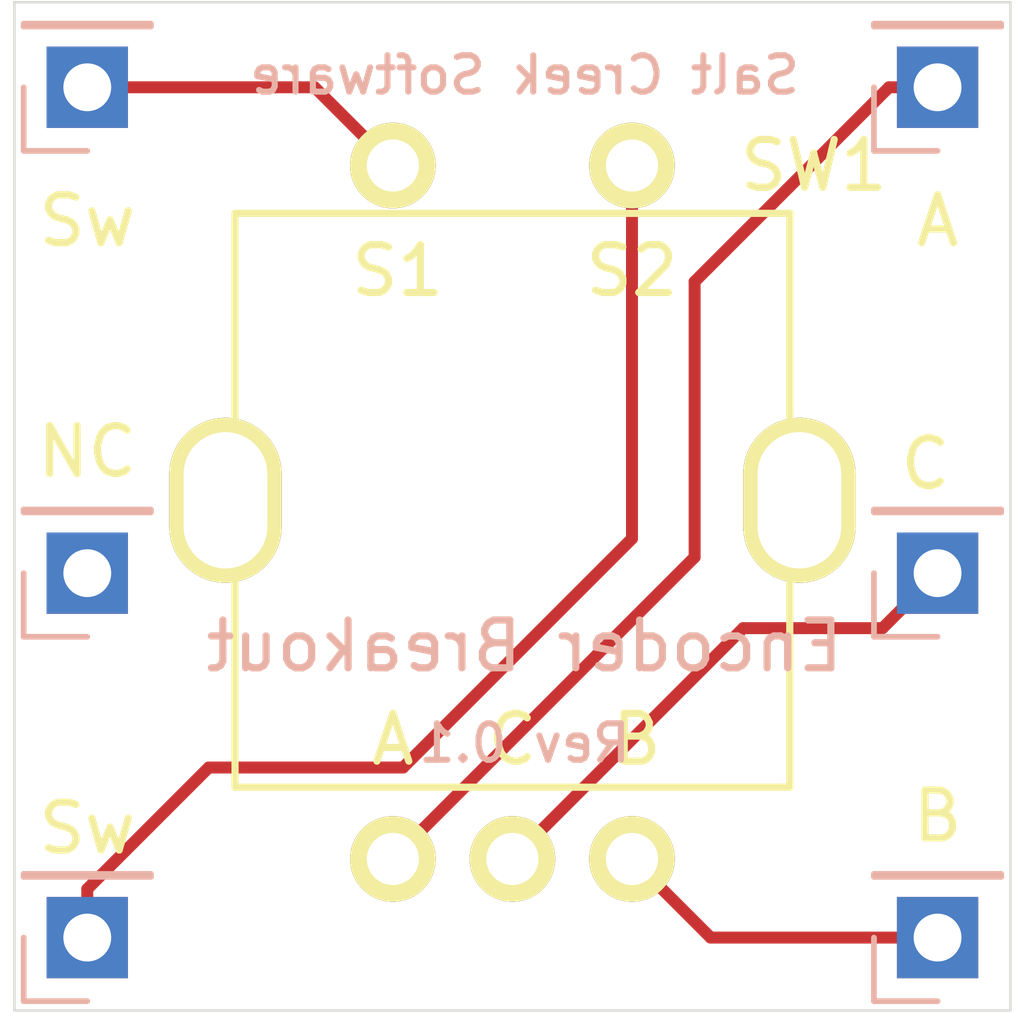
<source format=kicad_pcb>
(kicad_pcb (version 20171130) (host pcbnew "(5.1.10)-1")

  (general
    (thickness 1.6)
    (drawings 13)
    (tracks 16)
    (zones 0)
    (modules 7)
    (nets 7)
  )

  (page A4)
  (layers
    (0 F.Cu signal)
    (31 B.Cu signal)
    (32 B.Adhes user hide)
    (33 F.Adhes user hide)
    (34 B.Paste user hide)
    (35 F.Paste user hide)
    (36 B.SilkS user)
    (37 F.SilkS user)
    (38 B.Mask user)
    (39 F.Mask user)
    (40 Dwgs.User user hide)
    (41 Cmts.User user hide)
    (42 Eco1.User user hide)
    (43 Eco2.User user hide)
    (44 Edge.Cuts user)
    (45 Margin user hide)
    (46 B.CrtYd user hide)
    (47 F.CrtYd user hide)
    (48 B.Fab user hide)
    (49 F.Fab user hide)
  )

  (setup
    (last_trace_width 0.25)
    (user_trace_width 0.381)
    (trace_clearance 0.2)
    (zone_clearance 0.508)
    (zone_45_only yes)
    (trace_min 0.2)
    (via_size 0.8)
    (via_drill 0.4)
    (via_min_size 0.4)
    (via_min_drill 0.3)
    (uvia_size 0.3)
    (uvia_drill 0.1)
    (uvias_allowed no)
    (uvia_min_size 0.2)
    (uvia_min_drill 0.1)
    (edge_width 0.05)
    (segment_width 0.2)
    (pcb_text_width 0.3)
    (pcb_text_size 1.5 1.5)
    (mod_edge_width 0.12)
    (mod_text_size 1 1)
    (mod_text_width 0.15)
    (pad_size 2.3622 2.3622)
    (pad_drill 2.3622)
    (pad_to_mask_clearance 0.051)
    (solder_mask_min_width 0.25)
    (aux_axis_origin 0 0)
    (visible_elements 7FFFFFFF)
    (pcbplotparams
      (layerselection 0x010f0_ffffffff)
      (usegerberextensions false)
      (usegerberattributes false)
      (usegerberadvancedattributes false)
      (creategerberjobfile true)
      (excludeedgelayer true)
      (linewidth 0.100000)
      (plotframeref false)
      (viasonmask false)
      (mode 1)
      (useauxorigin false)
      (hpglpennumber 1)
      (hpglpenspeed 20)
      (hpglpendiameter 15.000000)
      (psnegative false)
      (psa4output false)
      (plotreference true)
      (plotvalue true)
      (plotinvisibletext false)
      (padsonsilk false)
      (subtractmaskfromsilk false)
      (outputformat 1)
      (mirror false)
      (drillshape 0)
      (scaleselection 1)
      (outputdirectory "Gerbers/"))
  )

  (net 0 "")
  (net 1 "Net-(J1-Pad1)")
  (net 2 "Net-(J2-Pad1)")
  (net 3 "Net-(J3-Pad1)")
  (net 4 "Net-(J4-Pad1)")
  (net 5 "Net-(J5-Pad1)")
  (net 6 "Net-(J6-Pad1)")

  (net_class Default "This is the default net class."
    (clearance 0.2)
    (trace_width 0.25)
    (via_dia 0.8)
    (via_drill 0.4)
    (uvia_dia 0.3)
    (uvia_drill 0.1)
    (add_net "Net-(J1-Pad1)")
    (add_net "Net-(J2-Pad1)")
    (add_net "Net-(J3-Pad1)")
    (add_net "Net-(J4-Pad1)")
    (add_net "Net-(J5-Pad1)")
    (add_net "Net-(J6-Pad1)")
  )

  (module BreakoutBoards:QuadEncoder (layer F.Cu) (tedit 61572129) (tstamp 61577F1E)
    (at 149.86 100.076)
    (path /612BC5C6)
    (fp_text reference SW1 (at 6.3 -7) (layer F.SilkS)
      (effects (font (size 1 1) (thickness 0.15)))
    )
    (fp_text value . (at 0 2.54) (layer F.Fab)
      (effects (font (size 1 1) (thickness 0.15)))
    )
    (fp_line (start -5.8 -6) (end -5.8 6) (layer F.SilkS) (width 0.15))
    (fp_line (start -5.8 6) (end 5.8 6) (layer F.SilkS) (width 0.15))
    (fp_line (start 5.8 6) (end 5.8 -6) (layer F.SilkS) (width 0.15))
    (fp_line (start 5.8 -6) (end -5.8 -6) (layer F.SilkS) (width 0.15))
    (fp_text user B (at 2.6 5) (layer F.SilkS)
      (effects (font (size 1 1) (thickness 0.15)))
    )
    (fp_text user C (at 0 5) (layer F.SilkS)
      (effects (font (size 1 1) (thickness 0.15)))
    )
    (fp_text user A (at -2.5 5) (layer F.SilkS)
      (effects (font (size 1 1) (thickness 0.15)))
    )
    (fp_text user S2 (at 2.5 -4.8) (layer F.SilkS)
      (effects (font (size 1 1) (thickness 0.15)))
    )
    (fp_text user S1 (at -2.4 -4.8) (layer F.SilkS)
      (effects (font (size 1 1) (thickness 0.15)))
    )
    (pad S2 thru_hole circle (at 2.5 -7) (size 1.79 1.79) (drill 1.09) (layers *.Cu *.Mask F.SilkS)
      (net 3 "Net-(J3-Pad1)"))
    (pad S1 thru_hole circle (at -2.5 -7) (size 1.79 1.79) (drill 1.09) (layers *.Cu *.Mask F.SilkS)
      (net 1 "Net-(J1-Pad1)"))
    (pad C thru_hole circle (at 0 7.5) (size 1.79 1.79) (drill 1.09) (layers *.Cu *.Mask F.SilkS)
      (net 5 "Net-(J5-Pad1)"))
    (pad 7 thru_hole oval (at 6 0) (size 2.35 3.45) (drill oval 1.75 2.85) (layers *.Cu *.Mask F.SilkS))
    (pad 6 thru_hole oval (at -6 0) (size 2.35 3.45) (drill oval 1.75 2.85) (layers *.Cu *.Mask F.SilkS))
    (pad A thru_hole circle (at -2.5 7.5) (size 1.79 1.79) (drill 1.09) (layers *.Cu *.Mask F.SilkS)
      (net 6 "Net-(J6-Pad1)"))
    (pad B thru_hole circle (at 2.5 7.5) (size 1.79 1.79) (drill 1.09) (layers *.Cu *.Mask F.SilkS)
      (net 4 "Net-(J4-Pad1)"))
    (pad "" np_thru_hole circle (at 0 0) (size 2.3622 2.3622) (drill 2.3622) (layers *.Cu *.Mask))
    (pad "" np_thru_hole circle (at 0 -4.445) (size 2.3622 2.3622) (drill 2.3622) (layers *.Cu *.Mask))
    (model D:/Apps/ioProto16/ioProto16/ioProto16.pretty/QuadratureEncoder.wrl
      (offset (xyz 0 0 -1.574799976348877))
      (scale (xyz 0.4 0.4 0.4))
      (rotate (xyz -90 0 0))
    )
  )

  (module Connector_PinHeader_2.54mm:PinHeader_1x01_P2.54mm_Vertical (layer B.Cu) (tedit 59FED5CC) (tstamp 612AAE43)
    (at 140.97 91.44)
    (descr "Through hole straight pin header, 1x01, 2.54mm pitch, single row")
    (tags "Through hole pin header THT 1x01 2.54mm single row")
    (path /61312A67)
    (fp_text reference J1 (at -2.794 0) (layer B.SilkS) hide
      (effects (font (size 1 1) (thickness 0.15)) (justify mirror))
    )
    (fp_text value " " (at 0 -2.33) (layer B.Fab)
      (effects (font (size 1 1) (thickness 0.15)) (justify mirror))
    )
    (fp_line (start 1.8 1.8) (end -1.8 1.8) (layer B.CrtYd) (width 0.05))
    (fp_line (start 1.8 -1.8) (end 1.8 1.8) (layer B.CrtYd) (width 0.05))
    (fp_line (start -1.8 -1.8) (end 1.8 -1.8) (layer B.CrtYd) (width 0.05))
    (fp_line (start -1.8 1.8) (end -1.8 -1.8) (layer B.CrtYd) (width 0.05))
    (fp_line (start -1.33 1.33) (end 0 1.33) (layer B.SilkS) (width 0.12))
    (fp_line (start -1.33 0) (end -1.33 1.33) (layer B.SilkS) (width 0.12))
    (fp_line (start -1.33 -1.27) (end 1.33 -1.27) (layer B.SilkS) (width 0.12))
    (fp_line (start 1.33 -1.27) (end 1.33 -1.33) (layer B.SilkS) (width 0.12))
    (fp_line (start -1.33 -1.27) (end -1.33 -1.33) (layer B.SilkS) (width 0.12))
    (fp_line (start -1.33 -1.33) (end 1.33 -1.33) (layer B.SilkS) (width 0.12))
    (fp_line (start -1.27 0.635) (end -0.635 1.27) (layer B.Fab) (width 0.1))
    (fp_line (start -1.27 -1.27) (end -1.27 0.635) (layer B.Fab) (width 0.1))
    (fp_line (start 1.27 -1.27) (end -1.27 -1.27) (layer B.Fab) (width 0.1))
    (fp_line (start 1.27 1.27) (end 1.27 -1.27) (layer B.Fab) (width 0.1))
    (fp_line (start -0.635 1.27) (end 1.27 1.27) (layer B.Fab) (width 0.1))
    (fp_text user %R (at 0 0 -90) (layer B.Fab)
      (effects (font (size 1 1) (thickness 0.15)) (justify mirror))
    )
    (pad 1 thru_hole rect (at 0 0) (size 1.7 1.7) (drill 1) (layers *.Cu *.Mask)
      (net 1 "Net-(J1-Pad1)"))
    (model ${KISYS3DMOD}/Connector_PinHeader_2.54mm.3dshapes/PinHeader_1x01_P2.54mm_Vertical.wrl
      (at (xyz 0 0 0))
      (scale (xyz 1 1 1))
      (rotate (xyz 0 0 0))
    )
  )

  (module Connector_PinHeader_2.54mm:PinHeader_1x01_P2.54mm_Vertical (layer B.Cu) (tedit 59FED5CC) (tstamp 612AAE58)
    (at 140.97 101.6)
    (descr "Through hole straight pin header, 1x01, 2.54mm pitch, single row")
    (tags "Through hole pin header THT 1x01 2.54mm single row")
    (path /613136DA)
    (fp_text reference J2 (at -2.794 0) (layer B.SilkS) hide
      (effects (font (size 1 1) (thickness 0.15)) (justify mirror))
    )
    (fp_text value " " (at 0 -2.33) (layer B.Fab)
      (effects (font (size 1 1) (thickness 0.15)) (justify mirror))
    )
    (fp_line (start -0.635 1.27) (end 1.27 1.27) (layer B.Fab) (width 0.1))
    (fp_line (start 1.27 1.27) (end 1.27 -1.27) (layer B.Fab) (width 0.1))
    (fp_line (start 1.27 -1.27) (end -1.27 -1.27) (layer B.Fab) (width 0.1))
    (fp_line (start -1.27 -1.27) (end -1.27 0.635) (layer B.Fab) (width 0.1))
    (fp_line (start -1.27 0.635) (end -0.635 1.27) (layer B.Fab) (width 0.1))
    (fp_line (start -1.33 -1.33) (end 1.33 -1.33) (layer B.SilkS) (width 0.12))
    (fp_line (start -1.33 -1.27) (end -1.33 -1.33) (layer B.SilkS) (width 0.12))
    (fp_line (start 1.33 -1.27) (end 1.33 -1.33) (layer B.SilkS) (width 0.12))
    (fp_line (start -1.33 -1.27) (end 1.33 -1.27) (layer B.SilkS) (width 0.12))
    (fp_line (start -1.33 0) (end -1.33 1.33) (layer B.SilkS) (width 0.12))
    (fp_line (start -1.33 1.33) (end 0 1.33) (layer B.SilkS) (width 0.12))
    (fp_line (start -1.8 1.8) (end -1.8 -1.8) (layer B.CrtYd) (width 0.05))
    (fp_line (start -1.8 -1.8) (end 1.8 -1.8) (layer B.CrtYd) (width 0.05))
    (fp_line (start 1.8 -1.8) (end 1.8 1.8) (layer B.CrtYd) (width 0.05))
    (fp_line (start 1.8 1.8) (end -1.8 1.8) (layer B.CrtYd) (width 0.05))
    (fp_text user %R (at 0 0 -90) (layer B.Fab)
      (effects (font (size 1 1) (thickness 0.15)) (justify mirror))
    )
    (pad 1 thru_hole rect (at 0 0) (size 1.7 1.7) (drill 1) (layers *.Cu *.Mask)
      (net 2 "Net-(J2-Pad1)"))
    (model ${KISYS3DMOD}/Connector_PinHeader_2.54mm.3dshapes/PinHeader_1x01_P2.54mm_Vertical.wrl
      (at (xyz 0 0 0))
      (scale (xyz 1 1 1))
      (rotate (xyz 0 0 0))
    )
  )

  (module Connector_PinHeader_2.54mm:PinHeader_1x01_P2.54mm_Vertical (layer B.Cu) (tedit 59FED5CC) (tstamp 612ABA9C)
    (at 140.97 109.22)
    (descr "Through hole straight pin header, 1x01, 2.54mm pitch, single row")
    (tags "Through hole pin header THT 1x01 2.54mm single row")
    (path /6131479F)
    (fp_text reference J3 (at -3.048 0.254) (layer B.SilkS) hide
      (effects (font (size 1 1) (thickness 0.15)) (justify mirror))
    )
    (fp_text value " " (at 0 -2.33) (layer B.Fab)
      (effects (font (size 1 1) (thickness 0.15)) (justify mirror))
    )
    (fp_line (start 1.8 1.8) (end -1.8 1.8) (layer B.CrtYd) (width 0.05))
    (fp_line (start 1.8 -1.8) (end 1.8 1.8) (layer B.CrtYd) (width 0.05))
    (fp_line (start -1.8 -1.8) (end 1.8 -1.8) (layer B.CrtYd) (width 0.05))
    (fp_line (start -1.8 1.8) (end -1.8 -1.8) (layer B.CrtYd) (width 0.05))
    (fp_line (start -1.33 1.33) (end 0 1.33) (layer B.SilkS) (width 0.12))
    (fp_line (start -1.33 0) (end -1.33 1.33) (layer B.SilkS) (width 0.12))
    (fp_line (start -1.33 -1.27) (end 1.33 -1.27) (layer B.SilkS) (width 0.12))
    (fp_line (start 1.33 -1.27) (end 1.33 -1.33) (layer B.SilkS) (width 0.12))
    (fp_line (start -1.33 -1.27) (end -1.33 -1.33) (layer B.SilkS) (width 0.12))
    (fp_line (start -1.33 -1.33) (end 1.33 -1.33) (layer B.SilkS) (width 0.12))
    (fp_line (start -1.27 0.635) (end -0.635 1.27) (layer B.Fab) (width 0.1))
    (fp_line (start -1.27 -1.27) (end -1.27 0.635) (layer B.Fab) (width 0.1))
    (fp_line (start 1.27 -1.27) (end -1.27 -1.27) (layer B.Fab) (width 0.1))
    (fp_line (start 1.27 1.27) (end 1.27 -1.27) (layer B.Fab) (width 0.1))
    (fp_line (start -0.635 1.27) (end 1.27 1.27) (layer B.Fab) (width 0.1))
    (fp_text user %R (at 0 0 -90) (layer B.Fab)
      (effects (font (size 1 1) (thickness 0.15)) (justify mirror))
    )
    (pad 1 thru_hole rect (at 0 0) (size 1.7 1.7) (drill 1) (layers *.Cu *.Mask)
      (net 3 "Net-(J3-Pad1)"))
    (model ${KISYS3DMOD}/Connector_PinHeader_2.54mm.3dshapes/PinHeader_1x01_P2.54mm_Vertical.wrl
      (at (xyz 0 0 0))
      (scale (xyz 1 1 1))
      (rotate (xyz 0 0 0))
    )
  )

  (module Connector_PinHeader_2.54mm:PinHeader_1x01_P2.54mm_Vertical (layer B.Cu) (tedit 59FED5CC) (tstamp 613D91DD)
    (at 158.75 109.22)
    (descr "Through hole straight pin header, 1x01, 2.54mm pitch, single row")
    (tags "Through hole pin header THT 1x01 2.54mm single row")
    (path /61316CBD)
    (fp_text reference J4 (at 2.54 0) (layer B.SilkS) hide
      (effects (font (size 1 1) (thickness 0.15)) (justify mirror))
    )
    (fp_text value " " (at 0 -2.33) (layer B.Fab)
      (effects (font (size 1 1) (thickness 0.15)) (justify mirror))
    )
    (fp_line (start -0.635 1.27) (end 1.27 1.27) (layer B.Fab) (width 0.1))
    (fp_line (start 1.27 1.27) (end 1.27 -1.27) (layer B.Fab) (width 0.1))
    (fp_line (start 1.27 -1.27) (end -1.27 -1.27) (layer B.Fab) (width 0.1))
    (fp_line (start -1.27 -1.27) (end -1.27 0.635) (layer B.Fab) (width 0.1))
    (fp_line (start -1.27 0.635) (end -0.635 1.27) (layer B.Fab) (width 0.1))
    (fp_line (start -1.33 -1.33) (end 1.33 -1.33) (layer B.SilkS) (width 0.12))
    (fp_line (start -1.33 -1.27) (end -1.33 -1.33) (layer B.SilkS) (width 0.12))
    (fp_line (start 1.33 -1.27) (end 1.33 -1.33) (layer B.SilkS) (width 0.12))
    (fp_line (start -1.33 -1.27) (end 1.33 -1.27) (layer B.SilkS) (width 0.12))
    (fp_line (start -1.33 0) (end -1.33 1.33) (layer B.SilkS) (width 0.12))
    (fp_line (start -1.33 1.33) (end 0 1.33) (layer B.SilkS) (width 0.12))
    (fp_line (start -1.8 1.8) (end -1.8 -1.8) (layer B.CrtYd) (width 0.05))
    (fp_line (start -1.8 -1.8) (end 1.8 -1.8) (layer B.CrtYd) (width 0.05))
    (fp_line (start 1.8 -1.8) (end 1.8 1.8) (layer B.CrtYd) (width 0.05))
    (fp_line (start 1.8 1.8) (end -1.8 1.8) (layer B.CrtYd) (width 0.05))
    (fp_text user %R (at 0 0 -90) (layer B.Fab)
      (effects (font (size 1 1) (thickness 0.15)) (justify mirror))
    )
    (pad 1 thru_hole rect (at 0 0) (size 1.7 1.7) (drill 1) (layers *.Cu *.Mask)
      (net 4 "Net-(J4-Pad1)"))
    (model ${KISYS3DMOD}/Connector_PinHeader_2.54mm.3dshapes/PinHeader_1x01_P2.54mm_Vertical.wrl
      (at (xyz 0 0 0))
      (scale (xyz 1 1 1))
      (rotate (xyz 0 0 0))
    )
  )

  (module Connector_PinHeader_2.54mm:PinHeader_1x01_P2.54mm_Vertical (layer B.Cu) (tedit 59FED5CC) (tstamp 612AAE97)
    (at 158.75 101.6)
    (descr "Through hole straight pin header, 1x01, 2.54mm pitch, single row")
    (tags "Through hole pin header THT 1x01 2.54mm single row")
    (path /61316CB3)
    (fp_text reference J5 (at 2.54 0) (layer B.SilkS) hide
      (effects (font (size 1 1) (thickness 0.15)) (justify mirror))
    )
    (fp_text value " " (at 0 -2.33) (layer B.Fab)
      (effects (font (size 1 1) (thickness 0.15)) (justify mirror))
    )
    (fp_line (start 1.8 1.8) (end -1.8 1.8) (layer B.CrtYd) (width 0.05))
    (fp_line (start 1.8 -1.8) (end 1.8 1.8) (layer B.CrtYd) (width 0.05))
    (fp_line (start -1.8 -1.8) (end 1.8 -1.8) (layer B.CrtYd) (width 0.05))
    (fp_line (start -1.8 1.8) (end -1.8 -1.8) (layer B.CrtYd) (width 0.05))
    (fp_line (start -1.33 1.33) (end 0 1.33) (layer B.SilkS) (width 0.12))
    (fp_line (start -1.33 0) (end -1.33 1.33) (layer B.SilkS) (width 0.12))
    (fp_line (start -1.33 -1.27) (end 1.33 -1.27) (layer B.SilkS) (width 0.12))
    (fp_line (start 1.33 -1.27) (end 1.33 -1.33) (layer B.SilkS) (width 0.12))
    (fp_line (start -1.33 -1.27) (end -1.33 -1.33) (layer B.SilkS) (width 0.12))
    (fp_line (start -1.33 -1.33) (end 1.33 -1.33) (layer B.SilkS) (width 0.12))
    (fp_line (start -1.27 0.635) (end -0.635 1.27) (layer B.Fab) (width 0.1))
    (fp_line (start -1.27 -1.27) (end -1.27 0.635) (layer B.Fab) (width 0.1))
    (fp_line (start 1.27 -1.27) (end -1.27 -1.27) (layer B.Fab) (width 0.1))
    (fp_line (start 1.27 1.27) (end 1.27 -1.27) (layer B.Fab) (width 0.1))
    (fp_line (start -0.635 1.27) (end 1.27 1.27) (layer B.Fab) (width 0.1))
    (fp_text user %R (at 0 0 -90) (layer B.Fab)
      (effects (font (size 1 1) (thickness 0.15)) (justify mirror))
    )
    (pad 1 thru_hole rect (at 0 0) (size 1.7 1.7) (drill 1) (layers *.Cu *.Mask)
      (net 5 "Net-(J5-Pad1)"))
    (model ${KISYS3DMOD}/Connector_PinHeader_2.54mm.3dshapes/PinHeader_1x01_P2.54mm_Vertical.wrl
      (at (xyz 0 0 0))
      (scale (xyz 1 1 1))
      (rotate (xyz 0 0 0))
    )
  )

  (module Connector_PinHeader_2.54mm:PinHeader_1x01_P2.54mm_Vertical (layer B.Cu) (tedit 59FED5CC) (tstamp 612ABC46)
    (at 158.75 91.44)
    (descr "Through hole straight pin header, 1x01, 2.54mm pitch, single row")
    (tags "Through hole pin header THT 1x01 2.54mm single row")
    (path /61316CA9)
    (fp_text reference J6 (at 2.286 0.254) (layer B.SilkS) hide
      (effects (font (size 1 1) (thickness 0.15)) (justify mirror))
    )
    (fp_text value " " (at 0 -2.33) (layer B.Fab)
      (effects (font (size 1 1) (thickness 0.15)) (justify mirror))
    )
    (fp_line (start -0.635 1.27) (end 1.27 1.27) (layer B.Fab) (width 0.1))
    (fp_line (start 1.27 1.27) (end 1.27 -1.27) (layer B.Fab) (width 0.1))
    (fp_line (start 1.27 -1.27) (end -1.27 -1.27) (layer B.Fab) (width 0.1))
    (fp_line (start -1.27 -1.27) (end -1.27 0.635) (layer B.Fab) (width 0.1))
    (fp_line (start -1.27 0.635) (end -0.635 1.27) (layer B.Fab) (width 0.1))
    (fp_line (start -1.33 -1.33) (end 1.33 -1.33) (layer B.SilkS) (width 0.12))
    (fp_line (start -1.33 -1.27) (end -1.33 -1.33) (layer B.SilkS) (width 0.12))
    (fp_line (start 1.33 -1.27) (end 1.33 -1.33) (layer B.SilkS) (width 0.12))
    (fp_line (start -1.33 -1.27) (end 1.33 -1.27) (layer B.SilkS) (width 0.12))
    (fp_line (start -1.33 0) (end -1.33 1.33) (layer B.SilkS) (width 0.12))
    (fp_line (start -1.33 1.33) (end 0 1.33) (layer B.SilkS) (width 0.12))
    (fp_line (start -1.8 1.8) (end -1.8 -1.8) (layer B.CrtYd) (width 0.05))
    (fp_line (start -1.8 -1.8) (end 1.8 -1.8) (layer B.CrtYd) (width 0.05))
    (fp_line (start 1.8 -1.8) (end 1.8 1.8) (layer B.CrtYd) (width 0.05))
    (fp_line (start 1.8 1.8) (end -1.8 1.8) (layer B.CrtYd) (width 0.05))
    (fp_text user %R (at 0 0 -90) (layer B.Fab)
      (effects (font (size 1 1) (thickness 0.15)) (justify mirror))
    )
    (pad 1 thru_hole rect (at 0 0) (size 1.7 1.7) (drill 1) (layers *.Cu *.Mask)
      (net 6 "Net-(J6-Pad1)"))
    (model ${KISYS3DMOD}/Connector_PinHeader_2.54mm.3dshapes/PinHeader_1x01_P2.54mm_Vertical.wrl
      (at (xyz 0 0 0))
      (scale (xyz 1 1 1))
      (rotate (xyz 0 0 0))
    )
  )

  (gr_text "Salt Creek Software" (at 150.114 91.186) (layer B.SilkS) (tstamp 613D9754)
    (effects (font (size 0.762 0.762) (thickness 0.127)) (justify mirror))
  )
  (gr_text "Rev 0.1" (at 150.114 105.156) (layer B.SilkS)
    (effects (font (size 0.762 0.762) (thickness 0.127)) (justify mirror))
  )
  (gr_text "Encoder Breakout" (at 150.114 103.124) (layer B.SilkS)
    (effects (font (size 1 1) (thickness 0.15)) (justify mirror))
  )
  (gr_text Sw (at 140.97 106.934) (layer F.SilkS) (tstamp 612ABFCE)
    (effects (font (size 1 1) (thickness 0.15)))
  )
  (gr_text C (at 158.496 99.314) (layer F.SilkS) (tstamp 612ABF72)
    (effects (font (size 1 1) (thickness 0.15)))
  )
  (gr_text NC (at 140.97 99.06) (layer F.SilkS) (tstamp 612ABF72)
    (effects (font (size 1 1) (thickness 0.15)))
  )
  (gr_line (start 160.274 89.662) (end 139.446 89.662) (layer Edge.Cuts) (width 0.05) (tstamp 612ABE4B))
  (gr_line (start 160.274 110.744) (end 160.274 89.662) (layer Edge.Cuts) (width 0.05))
  (gr_line (start 139.446 110.744) (end 160.274 110.744) (layer Edge.Cuts) (width 0.05))
  (gr_line (start 139.446 89.662) (end 139.446 110.744) (layer Edge.Cuts) (width 0.05))
  (gr_text Sw (at 140.97 94.234) (layer F.SilkS) (tstamp 5F86BCEC)
    (effects (font (size 1 1) (thickness 0.15)))
  )
  (gr_text B (at 158.75 106.68) (layer F.SilkS) (tstamp 5F86BCEC)
    (effects (font (size 1 1) (thickness 0.15)))
  )
  (gr_text A (at 158.75 94.234) (layer F.SilkS) (tstamp 5F86BD6E)
    (effects (font (size 1 1) (thickness 0.15)))
  )

  (segment (start 145.724 91.44) (end 147.36 93.076) (width 0.25) (layer F.Cu) (net 1))
  (segment (start 140.97 91.44) (end 145.724 91.44) (width 0.25) (layer F.Cu) (net 1))
  (segment (start 152.36 100.878) (end 152.36 93.076) (width 0.25) (layer F.Cu) (net 3))
  (segment (start 147.574 105.664) (end 152.36 100.878) (width 0.25) (layer F.Cu) (net 3))
  (segment (start 143.51 105.664) (end 147.574 105.664) (width 0.25) (layer F.Cu) (net 3))
  (segment (start 140.97 108.204) (end 143.51 105.664) (width 0.25) (layer F.Cu) (net 3))
  (segment (start 140.97 109.22) (end 140.97 108.204) (width 0.25) (layer F.Cu) (net 3))
  (segment (start 154.004 109.22) (end 152.36 107.576) (width 0.25) (layer F.Cu) (net 4))
  (segment (start 158.75 109.22) (end 154.004 109.22) (width 0.25) (layer F.Cu) (net 4))
  (segment (start 149.86 107.576) (end 154.686 102.75) (width 0.25) (layer F.Cu) (net 5))
  (segment (start 157.6 102.75) (end 158.75 101.6) (width 0.25) (layer F.Cu) (net 5))
  (segment (start 154.686 102.75) (end 157.6 102.75) (width 0.25) (layer F.Cu) (net 5))
  (segment (start 157.734 91.44) (end 158.75 91.44) (width 0.25) (layer F.Cu) (net 6))
  (segment (start 153.67 95.504) (end 157.734 91.44) (width 0.25) (layer F.Cu) (net 6))
  (segment (start 153.67 101.266) (end 153.67 95.504) (width 0.25) (layer F.Cu) (net 6))
  (segment (start 147.36 107.576) (end 153.67 101.266) (width 0.25) (layer F.Cu) (net 6))

)

</source>
